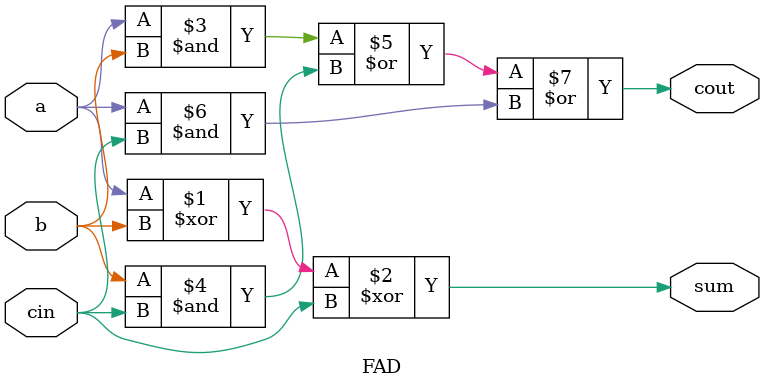
<source format=v>
module FAD(
    input wire a,        
    input wire b,        
    input wire cin,      
    output wire sum,     
    output wire cout   
);


assign sum = a ^ b ^ cin; 

assign cout = (a & b) | (b & cin) | (a & cin); 
endmodule
</source>
